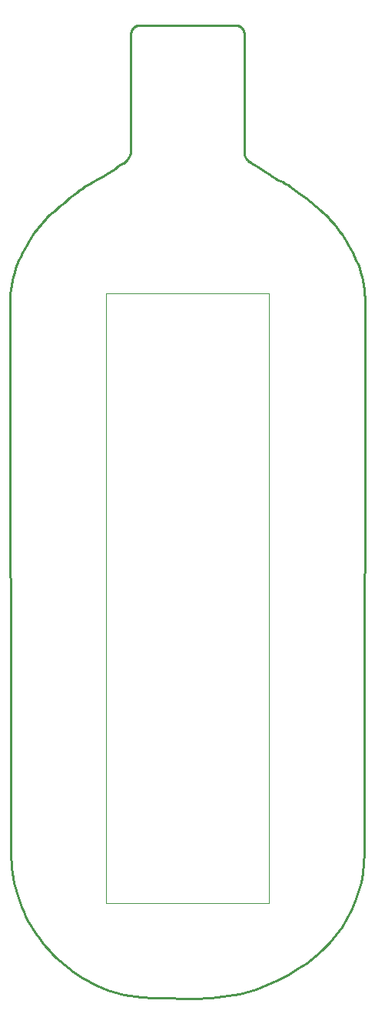
<source format=gbr>
%TF.GenerationSoftware,KiCad,Pcbnew,8.0.6*%
%TF.CreationDate,2024-11-04T21:33:26+05:30*%
%TF.ProjectId,Berrythe,42657272-7974-4686-952e-6b696361645f,rev?*%
%TF.SameCoordinates,Original*%
%TF.FileFunction,Profile,NP*%
%FSLAX46Y46*%
G04 Gerber Fmt 4.6, Leading zero omitted, Abs format (unit mm)*
G04 Created by KiCad (PCBNEW 8.0.6) date 2024-11-04 21:33:26*
%MOMM*%
%LPD*%
G01*
G04 APERTURE LIST*
%TA.AperFunction,Profile*%
%ADD10C,0.288127*%
%TD*%
%TA.AperFunction,Profile*%
%ADD11C,0.050000*%
%TD*%
G04 APERTURE END LIST*
D10*
X87310494Y-70001217D02*
X87359241Y-70004844D01*
X87407573Y-70010848D01*
X87455411Y-70019197D01*
X87502671Y-70029855D01*
X87549274Y-70042789D01*
X87595139Y-70057966D01*
X87640183Y-70075352D01*
X87684325Y-70094913D01*
X87727486Y-70116617D01*
X87769583Y-70140428D01*
X87810535Y-70166314D01*
X87850261Y-70194241D01*
X87888680Y-70224176D01*
X87925711Y-70256084D01*
X87961273Y-70289932D01*
X87995114Y-70325501D01*
X88027015Y-70362538D01*
X88056943Y-70400964D01*
X88084863Y-70440695D01*
X88110741Y-70481652D01*
X88134546Y-70523753D01*
X88156242Y-70566918D01*
X88175796Y-70611064D01*
X88193174Y-70656111D01*
X88208343Y-70701978D01*
X88221270Y-70748583D01*
X88231920Y-70795845D01*
X88240260Y-70843684D01*
X88246256Y-70892017D01*
X88249875Y-70940765D01*
X88251083Y-70989845D01*
X88249085Y-83997803D01*
X88250074Y-84039418D01*
X88253019Y-84081157D01*
X88264560Y-84164796D01*
X88283273Y-84248289D01*
X88308721Y-84331209D01*
X88340467Y-84413127D01*
X88378078Y-84493614D01*
X88421116Y-84572240D01*
X88469145Y-84648579D01*
X88521730Y-84722200D01*
X88578434Y-84792675D01*
X88638823Y-84859575D01*
X88702459Y-84922472D01*
X88768908Y-84980936D01*
X88837732Y-85034540D01*
X88908497Y-85082854D01*
X88980766Y-85125450D01*
X88980568Y-85125450D01*
X89172144Y-85232754D01*
X89368574Y-85348511D01*
X89771551Y-85599266D01*
X90586856Y-86134900D01*
X90981405Y-86395304D01*
X91355365Y-86634447D01*
X91699846Y-86840092D01*
X91858254Y-86926528D01*
X92005959Y-87000000D01*
X92240350Y-87113167D01*
X92463792Y-87227742D01*
X92677282Y-87343725D01*
X92881816Y-87461118D01*
X93078387Y-87579922D01*
X93267994Y-87700139D01*
X93630292Y-87944814D01*
X93976676Y-88195152D01*
X94315112Y-88451164D01*
X95000000Y-88980247D01*
X95573126Y-89429687D01*
X96134848Y-89894416D01*
X96680423Y-90374476D01*
X96945671Y-90620269D01*
X97205104Y-90869911D01*
X97458127Y-91123409D01*
X97704147Y-91380766D01*
X97942572Y-91641990D01*
X98172808Y-91907085D01*
X98394261Y-92176056D01*
X98606340Y-92448910D01*
X98808451Y-92725652D01*
X99000000Y-93006287D01*
X99491877Y-93780401D01*
X99729077Y-94178066D01*
X99958384Y-94582822D01*
X100178251Y-94994680D01*
X100387128Y-95413655D01*
X100583464Y-95839760D01*
X100765712Y-96273007D01*
X100932321Y-96713411D01*
X101081742Y-97160984D01*
X101212426Y-97615741D01*
X101322824Y-98077693D01*
X101411386Y-98546854D01*
X101476563Y-99023238D01*
X101516805Y-99506858D01*
X101530563Y-99997726D01*
X101469437Y-161000000D01*
X101422079Y-162119126D01*
X101298863Y-163211363D01*
X101100401Y-164275496D01*
X100827302Y-165310314D01*
X100480177Y-166314603D01*
X100059638Y-167287151D01*
X99566295Y-168226744D01*
X99000758Y-169132170D01*
X98363639Y-170002215D01*
X97655548Y-170835667D01*
X96877096Y-171631314D01*
X96028894Y-172387941D01*
X95111553Y-173104336D01*
X94125682Y-173779286D01*
X93071894Y-174411578D01*
X91950798Y-175000000D01*
X91348240Y-175283229D01*
X90746667Y-175541810D01*
X90145315Y-175776502D01*
X89543419Y-175988069D01*
X88940215Y-176177270D01*
X88334938Y-176344867D01*
X87726824Y-176491620D01*
X87115108Y-176618290D01*
X86499027Y-176725639D01*
X85877815Y-176814427D01*
X85250709Y-176885416D01*
X84616943Y-176939366D01*
X83975754Y-176977038D01*
X83326377Y-176999194D01*
X82668047Y-177006594D01*
X82000000Y-177000000D01*
X79474714Y-176962303D01*
X78185121Y-176920223D01*
X76896945Y-176834633D01*
X76257932Y-176768955D01*
X75624726Y-176684519D01*
X74999144Y-176578697D01*
X74383004Y-176448864D01*
X73778122Y-176292392D01*
X73186316Y-176106653D01*
X72609404Y-175889022D01*
X72049202Y-175636871D01*
X71480270Y-175346393D01*
X70928073Y-175041297D01*
X70392687Y-174721969D01*
X69874190Y-174388792D01*
X69372659Y-174042152D01*
X68888172Y-173682433D01*
X68420806Y-173310021D01*
X67970640Y-172925301D01*
X67537749Y-172528656D01*
X67122212Y-172120473D01*
X66724106Y-171701136D01*
X66343508Y-171271029D01*
X65980496Y-170830538D01*
X65635148Y-170380047D01*
X65307540Y-169919941D01*
X64997750Y-169450605D01*
X64705856Y-168972425D01*
X64431936Y-168485784D01*
X64176065Y-167991068D01*
X63938323Y-167488661D01*
X63718786Y-166978948D01*
X63517532Y-166462315D01*
X63334638Y-165939146D01*
X63170181Y-165409825D01*
X63024240Y-164874738D01*
X62896892Y-164334270D01*
X62788213Y-163788805D01*
X62698282Y-163238728D01*
X62627176Y-162684424D01*
X62574972Y-162126279D01*
X62541747Y-161564675D01*
X62527580Y-161000000D01*
X62472420Y-99998856D01*
X62485681Y-99507560D01*
X62525448Y-99023529D01*
X62590176Y-98546748D01*
X62678319Y-98077206D01*
X62788331Y-97614887D01*
X62918670Y-97159780D01*
X63067788Y-96711869D01*
X63234140Y-96271142D01*
X63416183Y-95837585D01*
X63612370Y-95411185D01*
X63821156Y-94991928D01*
X64040997Y-94579801D01*
X64270347Y-94174790D01*
X64507661Y-93776882D01*
X65000000Y-93002319D01*
X65190413Y-92724166D01*
X65392090Y-92449839D01*
X65604322Y-92179334D01*
X65826395Y-91912644D01*
X66057599Y-91649765D01*
X66297223Y-91390691D01*
X66544554Y-91135417D01*
X66798882Y-90883937D01*
X67059494Y-90636246D01*
X67325680Y-90392339D01*
X67871927Y-89915853D01*
X68431931Y-89454438D01*
X69000000Y-89008049D01*
X69556504Y-88572910D01*
X69827690Y-88361045D01*
X70100371Y-88152976D01*
X70379200Y-87948697D01*
X70668831Y-87748204D01*
X70819151Y-87649375D01*
X70973916Y-87551490D01*
X71133709Y-87454549D01*
X71299110Y-87358551D01*
X71451063Y-87274839D01*
X71621078Y-87184765D01*
X71990614Y-86993012D01*
X72177796Y-86895073D01*
X72358362Y-86798252D01*
X72526141Y-86704417D01*
X72674965Y-86615440D01*
X72930351Y-86452546D01*
X73196380Y-86278317D01*
X73748889Y-85911673D01*
X74029633Y-85727166D01*
X74309545Y-85547142D01*
X74585757Y-85375556D01*
X74855400Y-85216362D01*
X74943419Y-85162015D01*
X75029684Y-85100727D01*
X75113654Y-85033027D01*
X75194788Y-84959444D01*
X75272544Y-84880507D01*
X75346379Y-84796745D01*
X75415754Y-84708688D01*
X75480125Y-84616864D01*
X75538952Y-84521803D01*
X75591693Y-84424033D01*
X75637805Y-84324084D01*
X75658207Y-84273457D01*
X75676748Y-84222484D01*
X75693362Y-84171231D01*
X75707980Y-84119764D01*
X75720535Y-84068148D01*
X75730959Y-84016451D01*
X75739185Y-83964738D01*
X75745144Y-83913075D01*
X75748769Y-83861529D01*
X75749992Y-83810165D01*
X75749992Y-70989853D01*
X75751209Y-70940768D01*
X75754836Y-70892017D01*
X75760840Y-70843680D01*
X75769188Y-70795838D01*
X75779845Y-70748573D01*
X75792778Y-70701966D01*
X75807954Y-70656097D01*
X75825339Y-70611049D01*
X75844900Y-70566901D01*
X75866602Y-70523736D01*
X75890412Y-70481634D01*
X75916297Y-70440677D01*
X75944223Y-70400946D01*
X75974156Y-70362521D01*
X76006062Y-70325484D01*
X76039909Y-70289917D01*
X76075477Y-70256070D01*
X76112513Y-70224163D01*
X76150938Y-70194230D01*
X76190669Y-70166305D01*
X76231627Y-70140420D01*
X76273728Y-70116609D01*
X76316894Y-70094907D01*
X76361041Y-70075347D01*
X76406090Y-70057962D01*
X76451958Y-70042786D01*
X76498566Y-70029852D01*
X76545831Y-70019195D01*
X76593673Y-70010848D01*
X76642010Y-70004844D01*
X76690761Y-70001216D01*
X76739845Y-70000000D01*
X87261414Y-70000000D01*
X87310494Y-70001217D01*
D11*
X73000000Y-99500000D02*
X91000000Y-99500000D01*
X73000000Y-166500000D02*
X73000000Y-99500000D01*
X91000000Y-99500000D02*
X91000000Y-166500000D01*
X91000000Y-166500000D02*
X73000000Y-166500000D01*
M02*

</source>
